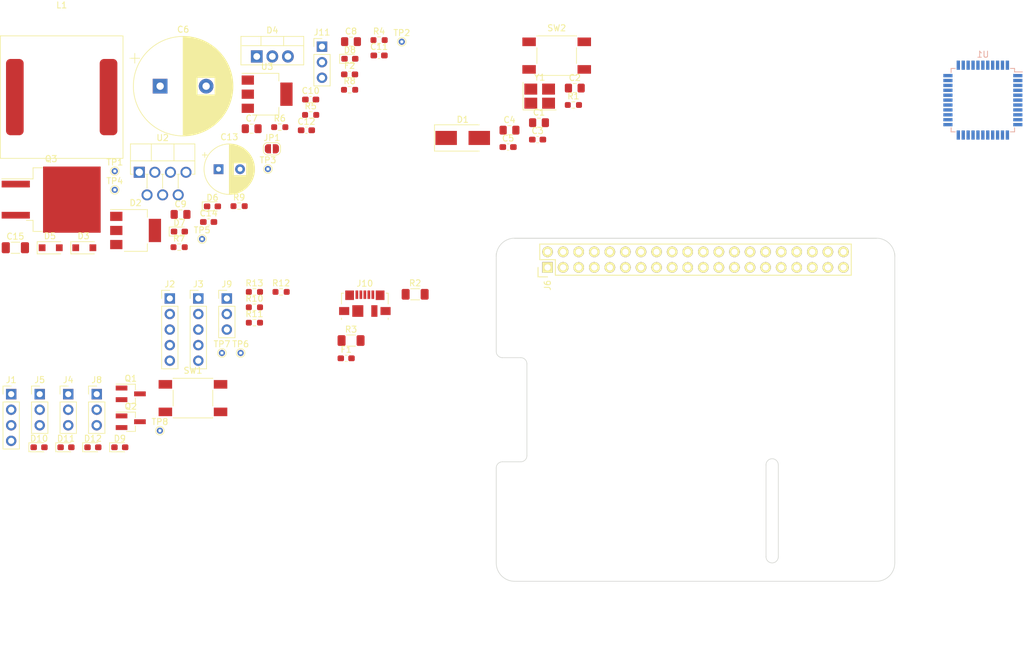
<source format=kicad_pcb>
(kicad_pcb (version 20211014) (generator pcbnew)
  (layers (0 "F.Cu" signal) (31 "B.Cu" signal) (34 "B.Paste" user) (35 "F.Paste" user) (36 "B.SilkS" user "B.Silkscreen") (37 "F.SilkS" user "F.Silkscreen") (38 "B.Mask" user) (39 "F.Mask" user) (44 "Edge.Cuts" user))
  (net 0 "")
  (net 1 "GND")
  (net 2 "Net-(C1-Pad2)")
  (net 3 "Net-(C2-Pad2)")
  (net 4 "Net-(C3-Pad1)")
  (net 5 "Net-(C4-Pad1)")
  (net 6 "+5V")
  (net 7 "/Power/18V PROTECTED")
  (net 8 "Net-(C8-Pad1)")
  (net 9 "Net-(C10-Pad1)")
  (net 10 "Net-(C10-Pad2)")
  (net 11 "Net-(C11-Pad1)")
  (net 12 "Net-(C12-Pad1)")
  (net 13 "Net-(C12-Pad2)")
  (net 14 "+3V3")
  (net 15 "/microcontroller/~{RESET}")
  (net 16 "Net-(D2-Pad2)")
  (net 17 "Net-(D3-Pad2)")
  (net 18 "Net-(D6-Pad2)")
  (net 19 "Net-(D7-Pad2)")
  (net 20 "Net-(D8-Pad2)")
  (net 21 "Net-(D9-Pad2)")
  (net 22 "Net-(D10-Pad2)")
  (net 23 "Net-(D11-Pad2)")
  (net 24 "Net-(D12-Pad2)")
  (net 25 "Net-(F1-Pad1)")
  (net 26 "Net-(F2-Pad1)")
  (net 27 "/microcontroller/PB2")
  (net 28 "/microcontroller/PD5")
  (net 29 "/microcontroller/PD4")
  (net 30 "/microcontroller/PD1")
  (net 31 "/microcontroller/PD0")
  (net 32 "Net-(J4-Pad2)")
  (net 33 "/Raspberry Pi/3v3")
  (net 34 "/Raspberry Pi/5v")
  (net 37 "/Raspberry Pi/gnd")
  (net 39 "/Raspberry Pi/GPIO14_TXD")
  (net 40 "/Raspberry Pi/GPIO15_RXD")
  (net 41 "/Raspberry Pi/GPIO17")
  (net 42 "/Raspberry Pi/GPIO18_PCM_CLK")
  (net 43 "/Raspberry Pi/GPIO27")
  (net 44 "/Raspberry Pi/GPIO22")
  (net 45 "/Raspberry Pi/GPIO23")
  (net 46 "/Raspberry Pi/GPIO24")
  (net 47 "/Raspberry Pi/GPIO10_MOSI")
  (net 48 "/Raspberry Pi/GPIO10_MISO")
  (net 49 "/Raspberry Pi/GPIO25")
  (net 50 "/Raspberry Pi/GPIO11_SCLK")
  (net 51 "/Raspberry Pi/GPIO8_CE0")
  (net 52 "/Raspberry Pi/GPIO7_CE1")
  (net 53 "/Raspberry Pi/GPIO0_ID_SD")
  (net 54 "/Raspberry Pi/GPIO1_ID_SE")
  (net 55 "/Raspberry Pi/GPIO5")
  (net 56 "/Raspberry Pi/GPIO6")
  (net 57 "/Raspberry Pi/GPIO12_PWM0")
  (net 58 "/Raspberry Pi/GPIO13_PWM1")
  (net 59 "/Raspberry Pi/GPIO19_PCM_FS")
  (net 60 "/Raspberry Pi/GPIO16")
  (net 61 "/Raspberry Pi/GPIO26")
  (net 62 "/Raspberry Pi/GPIO20_PCM_DIN")
  (net 63 "/Raspberry Pi/GPIO21_PCM_DOUT")
  (net 64 "/microcontroller/PD3{slash}TX")
  (net 65 "/microcontroller/PB0")
  (net 66 "/microcontroller/PB1")
  (net 67 "/ESP RESET")
  (net 68 "/microcontroller/PD2{slash}RX")
  (net 69 "Net-(J8-Pad2)")
  (net 70 "Net-(J10-Pad2)")
  (net 71 "Net-(J10-Pad3)")
  (net 73 "/microcontroller/PF5")
  (net 74 "/microcontroller/PF6")
  (net 75 "/microcontroller/D+")
  (net 76 "/microcontroller/D-")
  (net 77 "/microcontroller/PB3")
  (net 78 "/microcontroller/PB4")
  (net 79 "/microcontroller/PB5")
  (net 80 "/microcontroller/PB6")
  (net 81 "/microcontroller/PD6")
  (net 82 "/microcontroller/PD7")
  (footprint "RPi_Hat:RPi_Hat_Mounting_Hole" (layer "F.Cu") (at 172.51 63.5)
    (fp_text reference "" hide)
    (fp_text value "" hide)
    (pad "" np_thru_hole circle locked (at 0 0) (size 2.75 2.75) (drill 2.75) (layers *.Cu *.Mask) (clearance 1.725))
  )
  (footprint "RPi_Hat:RPi_Hat_Mounting_Hole" (layer "F.Cu") (at 114.51 63.5)
    (fp_text reference "" hide)
    (fp_text value "" hide)
    (pad "" np_thru_hole circle locked (at 0 0) (size 2.75 2.75) (drill 2.75) (layers *.Cu *.Mask) (clearance 1.725))
  )
  (footprint "RPi_Hat:RPi_Hat_Mounting_Hole" (layer "F.Cu") (at 114.51 112.5)
    (fp_text reference "" hide)
    (fp_text value "" hide)
    (pad "" np_thru_hole circle locked (at 0 0) (size 2.75 2.75) (drill 2.75) (layers *.Cu *.Mask) (clearance 1.725))
  )
  (footprint "RPi_Hat:RPi_Hat_Mounting_Hole" (layer "F.Cu") (at 172.51 112.5)
    (fp_text reference "" hide)
    (fp_text value "" hide)
    (pad "" np_thru_hole circle locked (at 0 0) (size 2.75 2.75) (drill 2.75) (layers *.Cu *.Mask) (clearance 1.725))
  )
  (footprint "RPi_Hat:Pin_Header_Straight_2x20" (layer "F.Cu") (at 143.51 63.5 90)
    (fp_text reference "J6" (at -4.191 -24.13 270) (layer "F.SilkS"))
    (fp_text value "RPi_GPIO")
    (pad "1" thru_hole rect locked (at -1.27 -24.13 90) (size 1.7272 1.7272) (drill 1.016) (layers *.Cu *.Mask "F.SilkS") (net 33 "/Raspberry Pi/3v3"))
    (pad "2" thru_hole oval locked (at 1.27 -24.13 90) (size 1.7272 1.7272) (drill 1.016) (layers *.Cu *.Mask "F.SilkS") (net 34 "/Raspberry Pi/5v"))
    (pad "3" thru_hole oval locked (at -1.27 -21.59 90) (size 1.7272 1.7272) (drill 1.016) (layers *.Cu *.Mask "F.SilkS"))
    (pad "4" thru_hole oval locked (at 1.27 -21.59 90) (size 1.7272 1.7272) (drill 1.016) (layers *.Cu *.Mask "F.SilkS") (net 34 "/Raspberry Pi/5v"))
    (pad "5" thru_hole oval locked (at -1.27 -19.05 90) (size 1.7272 1.7272) (drill 1.016) (layers *.Cu *.Mask "F.SilkS"))
    (pad "6" thru_hole oval locked (at 1.27 -19.05 90) (size 1.7272 1.7272) (drill 1.016) (layers *.Cu *.Mask "F.SilkS") (net 37 "/Raspberry Pi/gnd"))
    (pad "7" thru_hole oval locked (at -1.27 -16.51 90) (size 1.7272 1.7272) (drill 1.016) (layers *.Cu *.Mask "F.SilkS"))
    (pad "8" thru_hole oval locked (at 1.27 -16.51 90) (size 1.7272 1.7272) (drill 1.016) (layers *.Cu *.Mask "F.SilkS") (net 39 "/Raspberry Pi/GPIO14_TXD"))
    (pad "9" thru_hole oval locked (at -1.27 -13.97 90) (size 1.7272 1.7272) (drill 1.016) (layers *.Cu *.Mask "F.SilkS") (net 37 "/Raspberry Pi/gnd"))
    (pad "10" thru_hole oval locked (at 1.27 -13.97 90) (size 1.7272 1.7272) (drill 1.016) (layers *.Cu *.Mask "F.SilkS") (net 40 "/Raspberry Pi/GPIO15_RXD"))
    (pad "11" thru_hole oval locked (at -1.27 -11.43 90) (size 1.7272 1.7272) (drill 1.016) (layers *.Cu *.Mask "F.SilkS") (net 41 "/Raspberry Pi/GPIO17"))
    (pad "12" thru_hole oval locked (at 1.27 -11.43 90) (size 1.7272 1.7272) (drill 1.016) (layers *.Cu *.Mask "F.SilkS") (net 42 "/Raspberry Pi/GPIO18_PCM_CLK"))
    (pad "13" thru_hole oval locked (at -1.27 -8.89 90) (size 1.7272 1.7272) (drill 1.016) (layers *.Cu *.Mask "F.SilkS") (net 43 "/Raspberry Pi/GPIO27"))
    (pad "14" thru_hole oval locked (at 1.27 -8.89 90) (size 1.7272 1.7272) (drill 1.016) (layers *.Cu *.Mask "F.SilkS") (net 37 "/Raspberry Pi/gnd"))
    (pad "15" thru_hole oval locked (at -1.27 -6.35 90) (size 1.7272 1.7272) (drill 1.016) (layers *.Cu *.Mask "F.SilkS") (net 44 "/Raspberry Pi/GPIO22"))
    (pad "16" thru_hole oval locked (at 1.27 -6.35 90) (size 1.7272 1.7272) (drill 1.016) (layers *.Cu *.Mask "F.SilkS") (net 45 "/Raspberry Pi/GPIO23"))
    (pad "17" thru_hole oval locked (at -1.27 -3.81 90) (size 1.7272 1.7272) (drill 1.016) (layers *.Cu *.Mask "F.SilkS") (net 33 "/Raspberry Pi/3v3"))
    (pad "18" thru_hole oval locked (at 1.27 -3.81 90) (size 1.7272 1.7272) (drill 1.016) (layers *.Cu *.Mask "F.SilkS") (net 46 "/Raspberry Pi/GPIO24"))
    (pad "19" thru_hole oval locked (at -1.27 -1.27 90) (size 1.7272 1.7272) (drill 1.016) (layers *.Cu *.Mask "F.SilkS") (net 47 "/Raspberry Pi/GPIO10_MOSI"))
    (pad "20" thru_hole oval locked (at 1.27 -1.27 90) (size 1.7272 1.7272) (drill 1.016) (layers *.Cu *.Mask "F.SilkS") (net 37 "/Raspberry Pi/gnd"))
    (pad "21" thru_hole oval locked (at -1.27 1.27 90) (size 1.7272 1.7272) (drill 1.016) (layers *.Cu *.Mask "F.SilkS") (net 48 "/Raspberry Pi/GPIO10_MISO"))
    (pad "22" thru_hole oval locked (at 1.27 1.27 90) (size 1.7272 1.7272) (drill 1.016) (layers *.Cu *.Mask "F.SilkS") (net 49 "/Raspberry Pi/GPIO25"))
    (pad "23" thru_hole oval locked (at -1.27 3.81 90) (size 1.7272 1.7272) (drill 1.016) (layers *.Cu *.Mask "F.SilkS") (net 50 "/Raspberry Pi/GPIO11_SCLK"))
    (pad "24" thru_hole oval locked (at 1.27 3.81 90) (size 1.7272 1.7272) (drill 1.016) (layers *.Cu *.Mask "F.SilkS") (net 51 "/Raspberry Pi/GPIO8_CE0"))
    (pad "25" thru_hole oval locked (at -1.27 6.35 90) (size 1.7272 1.7272) (drill 1.016) (layers *.Cu *.Mask "F.SilkS") (net 37 "/Raspberry Pi/gnd"))
    (pad "26" thru_hole oval locked (at 1.27 6.35 90) (size 1.7272 1.7272) (drill 1.016) (layers *.Cu *.Mask "F.SilkS") (net 52 "/Raspberry Pi/GPIO7_CE1"))
    (pad "27" thru_hole oval locked (at -1.27 8.89 90) (size 1.7272 1.7272) (drill 1.016) (layers *.Cu *.Mask "F.SilkS") (net 53 "/Raspberry Pi/GPIO0_ID_SD"))
    (pad "28" thru_hole oval locked (at 1.27 8.89 90) (size 1.7272 1.7272) (drill 1.016) (layers *.Cu *.Mask "F.SilkS") (net 54 "/Raspberry Pi/GPIO1_ID_SE"))
    (pad "29" thru_hole oval locked (at -1.27 11.43 90) (size 1.7272 1.7272) (drill 1.016) (layers *.Cu *.Mask "F.SilkS") (net 55 "/Raspberry Pi/GPIO5"))
    (pad "30" thru_hole oval locked (at 1.27 11.43 90) (size 1.7272 1.7272) (drill 1.016) (layers *.Cu *.Mask "F.SilkS") (net 37 "/Raspberry Pi/gnd"))
    (pad "31" thru_hole oval locked (at -1.27 13.97 90) (size 1.7272 1.7272) (drill 1.016) (layers *.Cu *.Mask "F.SilkS") (net 56 "/Raspberry Pi/GPIO6"))
    (pad "32" thru_hole oval locked (at 1.27 13.97 90) (size 1.7272 1.7272) (drill 1.016) (layers *.Cu *.Mask "F.SilkS") (net 57 "/Raspberry Pi/GPIO12_PWM0"))
    (pad "33" thru_hole oval locked (at -1.27 16.51 90) (size 1.7272 1.7272) (drill 1.016) (layers *.Cu *.Mask "F.SilkS") (net 58 "/Raspberry Pi/GPIO13_PWM1"))
    (pad "34" thru_hole oval locked (at 1.27 16.51 90) (size 1.7272 1.7272) (drill 1.016) (layers *.Cu *.Mask "F.SilkS") (net 37 "/Raspberry Pi/gnd"))
    (pad "35" thru_hole oval locked (at -1.27 19.05 90) (size 1.7272 1.7272) (drill 1.016) (layers *.Cu *.Mask "F.SilkS") (net 59 "/Raspberry Pi/GPIO19_PCM_FS"))
    (pad "36" thru_hole oval locked (at 1.27 19.05 90) (size 1.7272 1.7272) (drill 1.016) (layers *.Cu *.Mask "F.SilkS") (net 60 "/Raspberry Pi/GPIO16"))
    (pad "37" thru_hole oval locked (at -1.27 21.59 90) (size 1.7272 1.7272) (drill 1.016) (layers *.Cu *.Mask "F.SilkS") (net 61 "/Raspberry Pi/GPIO26"))
    (pad "38" thru_hole oval locked (at 1.27 21.59 90) (size 1.7272 1.7272) (drill 1.016) (layers *.Cu *.Mask "F.SilkS") (net 62 "/Raspberry Pi/GPIO20_PCM_DIN"))
    (pad "39" thru_hole oval locked (at -1.27 24.13 90) (size 1.7272 1.7272) (drill 1.016) (layers *.Cu *.Mask "F.SilkS") (net 37 "/Raspberry Pi/gnd"))
    (pad "40" thru_hole oval locked (at 1.27 24.13 90) (size 1.7272 1.7272) (drill 1.016) (layers *.Cu *.Mask "F.SilkS") (net 63 "/Raspberry Pi/GPIO21_PCM_DOUT"))
  )
  (footprint "Capacitor_SMD:C_0603_1608Metric_Pad1.08x0.95mm_HandSolder" (layer "F.Cu") (at 117.753 43.908)
    (fp_text reference "C3" (at 0 -1.43) (layer "F.SilkS"))
    (fp_text value "0.1uF")
    (pad "1" smd roundrect (at -0.8625 0) (size 1.075 0.95) (layers "F.Cu" "F.Paste" "F.Mask") (net 4 "Net-(C3-Pad1)"))
    (pad "2" smd roundrect (at 0.8625 0) (size 1.075 0.95) (layers "F.Cu" "F.Paste" "F.Mask") (net 1 "GND"))
  )
  (footprint "Resistor_SMD:R_0603_1608Metric_Pad0.98x0.95mm_HandSolder" (layer "F.Cu") (at 75.703 41.878)
    (fp_text reference "R6" (at 0 -1.43) (layer "F.SilkS"))
    (fp_text value "1k")
    (pad "1" smd roundrect (at -0.9125 0) (size 0.975 0.95) (layers "F.Cu" "F.Paste" "F.Mask") (net 11 "Net-(C11-Pad1)"))
    (pad "2" smd roundrect (at 0.9125 0) (size 0.975 0.95) (layers "F.Cu" "F.Paste" "F.Mask") (net 1 "GND"))
  )
  (footprint "LED_SMD:LED_0603_1608Metric_Pad1.05x0.95mm_HandSolder" (layer "F.Cu") (at 59.338 58.918)
    (fp_text reference "D7" (at 0 -1.43) (layer "F.SilkS"))
    (fp_text value "Red")
    (pad "1" smd roundrect (at -0.875 0) (size 1.05 0.95) (layers "F.Cu" "F.Paste" "F.Mask") (net 1 "GND"))
    (pad "2" smd roundrect (at 0.875 0) (size 1.05 0.95) (layers "F.Cu" "F.Paste" "F.Mask") (net 19 "Net-(D7-Pad2)"))
  )
  (footprint "Capacitor_SMD:C_0805_2012Metric_Pad1.18x1.45mm_HandSolder" (layer "F.Cu") (at 59.523 56.118)
    (fp_text reference "C9" (at 0 -1.68) (layer "F.SilkS"))
    (fp_text value "680pF")
    (pad "1" smd roundrect (at -1.0375 0) (size 1.175 1.45) (layers "F.Cu" "F.Paste" "F.Mask") (roundrect_rratio 0.212766) (net 9 "Net-(C10-Pad1)"))
    (pad "2" smd roundrect (at 1.0375 0) (size 1.175 1.45) (layers "F.Cu" "F.Paste" "F.Mask") (roundrect_rratio 0.212766) (net 1 "GND"))
  )
  (footprint "Capacitor_SMD:C_0805_2012Metric_Pad1.18x1.45mm_HandSolder" (layer "F.Cu") (at 87.323 27.918)
    (fp_text reference "C8" (at 0 -1.68) (layer "F.SilkS"))
    (fp_text value "10uF")
    (pad "1" smd roundrect (at -1.0375 0) (size 1.175 1.45) (layers "F.Cu" "F.Paste" "F.Mask") (roundrect_rratio 0.212766) (net 8 "Net-(C8-Pad1)"))
    (pad "2" smd roundrect (at 1.0375 0) (size 1.175 1.45) (layers "F.Cu" "F.Paste" "F.Mask") (roundrect_rratio 0.212766) (net 1 "GND"))
  )
  (footprint "Connector_PinHeader_2.54mm:PinHeader_1x03_P2.54mm_Vertical" (layer "F.Cu") (at 41.203 85.458)
    (fp_text reference "J4" (at 0 -2.33) (layer "F.SilkS"))
    (fp_text value "Left Vibration 1")
    (pad "1" thru_hole rect (at 0 0) (size 1.7 1.7) (drill 1) (layers *.Cu *.Mask) (net 1 "GND"))
    (pad "2" thru_hole oval (at 0 2.54) (size 1.7 1.7) (drill 1) (layers *.Cu *.Mask) (net 32 "Net-(J4-Pad2)"))
    (pad "3" thru_hole oval (at 0 5.08) (size 1.7 1.7) (drill 1) (layers *.Cu *.Mask) (net 1 "GND"))
  )
  (footprint "Connector_PinHeader_2.54mm:PinHeader_1x05_P2.54mm_Vertical" (layer "F.Cu") (at 62.423 69.838)
    (fp_text reference "J3" (at 0 -2.33) (layer "F.SilkS"))
    (fp_text value "Ultrasonic 1")
    (pad "1" thru_hole rect (at 0 0) (size 1.7 1.7) (drill 1) (layers *.Cu *.Mask) (net 1 "GND"))
    (pad "2" thru_hole oval (at 0 2.54) (size 1.7 1.7) (drill 1) (layers *.Cu *.Mask) (net 30 "/microcontroller/PD1"))
    (pad "3" thru_hole oval (at 0 5.08) (size 1.7 1.7) (drill 1) (layers *.Cu *.Mask) (net 31 "/microcontroller/PD0"))
    (pad "4" thru_hole oval (at 0 7.62) (size 1.7 1.7) (drill 1) (layers *.Cu *.Mask) (net 6 "+5V"))
    (pad "5" thru_hole oval (at 0 10.16) (size 1.7 1.7) (drill 1) (layers *.Cu *.Mask) (net 1 "GND"))
  )
  (footprint "Connector_PinHeader_2.54mm:PinHeader_1x05_P2.54mm_Vertical" (layer "F.Cu") (at 57.773 69.838)
    (fp_text reference "J2" (at 0 -2.33) (layer "F.SilkS"))
    (fp_text value "Ultrasonic 2")
    (pad "1" thru_hole rect (at 0 0) (size 1.7 1.7) (drill 1) (layers *.Cu *.Mask) (net 1 "GND"))
    (pad "2" thru_hole oval (at 0 2.54) (size 1.7 1.7) (drill 1) (layers *.Cu *.Mask) (net 28 "/microcontroller/PD5"))
    (pad "3" thru_hole oval (at 0 5.08) (size 1.7 1.7) (drill 1) (layers *.Cu *.Mask) (net 29 "/microcontroller/PD4"))
    (pad "4" thru_hole oval (at 0 7.62) (size 1.7 1.7) (drill 1) (layers *.Cu *.Mask) (net 6 "+5V"))
    (pad "5" thru_hole oval (at 0 10.16) (size 1.7 1.7) (drill 1) (layers *.Cu *.Mask) (net 1 "GND"))
  )
  (footprint "Capacitor_THT:CP_Radial_D8.0mm_P3.50mm" (layer "F.Cu") (at 65.727698 48.738)
    (fp_text reference "C13" (at 1.75 -5.25) (layer "F.SilkS"))
    (fp_text value "470uF")
    (pad "1" thru_hole rect (at 0 0) (size 1.6 1.6) (drill 0.8) (layers *.Cu *.Mask) (net 6 "+5V"))
    (pad "2" thru_hole circle (at 3.5 0) (size 1.6 1.6) (drill 0.8) (layers *.Cu *.Mask) (net 1 "GND"))
  )
  (footprint "Resistor_SMD:R_0603_1608Metric_Pad0.98x0.95mm_HandSolder" (layer "F.Cu") (at 71.573 68.768)
    (fp_text reference "R13" (at 0 -1.43) (layer "F.SilkS"))
    (fp_text value "1k")
    (pad "1" smd roundrect (at -0.9125 0) (size 0.975 0.95) (layers "F.Cu" "F.Paste" "F.Mask") (net 80 "/microcontroller/PB6"))
    (pad "2" smd roundrect (at 0.9125 0) (size 0.975 0.95) (layers "F.Cu" "F.Paste" "F.Mask") (net 24 "Net-(D12-Pad2)"))
  )
  (footprint "Resistor_SMD:R_0603_1608Metric_Pad0.98x0.95mm_HandSolder" (layer "F.Cu") (at 69.073 54.768)
    (fp_text reference "R9" (at 0 -1.43) (layer "F.SilkS"))
    (fp_text value "1k")
    (pad "1" smd roundrect (at -0.9125 0) (size 0.975 0.95) (layers "F.Cu" "F.Paste" "F.Mask") (net 14 "+3V3"))
    (pad "2" smd roundrect (at 0.9125 0) (size 0.975 0.95) (layers "F.Cu" "F.Paste" "F.Mask") (net 20 "Net-(D8-Pad2)"))
  )
  (footprint "Diode_SMD:D_SOD-123F" (layer "F.Cu") (at 43.828 61.558)
    (fp_text reference "D3" (at -0.127 -1.905) (layer "F.SilkS"))
    (fp_text value "20V")
    (pad "1" smd rect (at -1.4 0) (size 1.1 1.1) (layers "F.Cu" "F.Paste" "F.Mask") (net 7 "/Power/18V PROTECTED"))
    (pad "2" smd rect (at 1.4 0) (size 1.1 1.1) (layers "F.Cu" "F.Paste" "F.Mask") (net 17 "Net-(D3-Pad2)"))
  )
  (footprint "LED_SMD:LED_0603_1608Metric_Pad1.05x0.95mm_HandSolder" (layer "F.Cu") (at 49.618 94.128)
    (fp_text reference "D9" (at 0 -1.43) (layer "F.SilkS"))
    (fp_text value "Blue")
    (pad "1" smd roundrect (at -0.875 0) (size 1.05 0.95) (layers "F.Cu" "F.Paste" "F.Mask") (net 1 "GND"))
    (pad "2" smd roundrect (at 0.875 0) (size 1.05 0.95) (layers "F.Cu" "F.Paste" "F.Mask") (net 21 "Net-(D9-Pad2)"))
  )
  (footprint "Resistor_SMD:R_0603_1608Metric_Pad0.98x0.95mm_HandSolder" (layer "F.Cu") (at 71.573 71.278)
    (fp_text reference "R10" (at 0 -1.43) (layer "F.SilkS"))
    (fp_text value "1k")
    (pad "1" smd roundrect (at -0.9125 0) (size 0.975 0.95) (layers "F.Cu" "F.Paste" "F.Mask") (net 77 "/microcontroller/PB3"))
    (pad "2" smd roundrect (at 0.9125 0) (size 0.975 0.95) (layers "F.Cu" "F.Paste" "F.Mask") (net 21 "Net-(D9-Pad2)"))
  )
  (footprint "Capacitor_SMD:C_0805_2012Metric_Pad1.18x1.45mm_HandSolder" (layer "F.Cu") (at 113.173 42.368)
    (fp_text reference "C4" (at 0 -1.68) (layer "F.SilkS"))
    (fp_text value "1uF")
    (pad "1" smd roundrect (at -1.0375 0) (size 1.175 1.45) (layers "F.Cu" "F.Paste" "F.Mask") (roundrect_rratio 0.212766) (net 5 "Net-(C4-Pad1)"))
    (pad "2" smd roundrect (at 1.0375 0) (size 1.175 1.45) (layers "F.Cu" "F.Paste" "F.Mask") (roundrect_rratio 0.212766) (net 1 "GND"))
  )
  (footprint "Diode_SMD:D_SOD-123F" (layer "F.Cu") (at 38.348 61.558)
    (fp_text reference "D5" (at -0.127 -1.905) (layer "F.SilkS"))
    (fp_text value "27V")
    (pad "1" smd rect (at -1.4 0) (size 1.1 1.1) (layers "F.Cu" "F.Paste" "F.Mask") (net 7 "/Power/18V PROTECTED"))
    (pad "2" smd rect (at 1.4 0) (size 1.1 1.1) (layers "F.Cu" "F.Paste" "F.Mask") (net 11 "Net-(C11-Pad1)"))
  )
  (footprint "Fuse:Fuse_0603_1608Metric_Pad1.05x0.95mm_HandSolder" (layer "F.Cu") (at 87.093 33.268)
    (fp_text reference "F2" (at 0 -1.43) (layer "F.SilkS"))
    (fp_text value "4A")
    (pad "1" smd roundrect (at -0.875 0) (size 1.05 0.95) (layers "F.Cu" "F.Paste" "F.Mask") (net 26 "Net-(F2-Pad1)"))
    (pad "2" smd roundrect (at 0.875 0) (size 1.05 0.95) (layers "F.Cu" "F.Paste" "F.Mask") (net 16 "Net-(D2-Pad2)"))
  )
  (footprint "LED_SMD:LED_0603_1608Metric_Pad1.05x0.95mm_HandSolder" (layer "F.Cu") (at 64.728 54.808)
    (fp_text reference "D6" (at 0 -1.43) (layer "F.SilkS"))
    (fp_text value "Red")
    (pad "1" smd roundrect (at -0.875 0) (size 1.05 0.95) (layers "F.Cu" "F.Paste" "F.Mask") (net 1 "GND"))
    (pad "2" smd roundrect (at 0.875 0) (size 1.05 0.95) (layers "F.Cu" "F.Paste" "F.Mask") (net 18 "Net-(D6-Pad2)"))
  )
  (footprint "LED_SMD:LED_0603_1608Metric_Pad1.05x0.95mm_HandSolder" (layer "F.Cu") (at 87.138 30.718)
    (fp_text reference "D8" (at 0 -1.43) (layer "F.SilkS"))
    (fp_text value "Red")
    (pad "1" smd roundrect (at -0.875 0) (size 1.05 0.95) (layers "F.Cu" "F.Paste" "F.Mask") (net 1 "GND"))
    (pad "2" smd roundrect (at 0.875 0) (size 1.05 0.95) (layers "F.Cu" "F.Paste" "F.Mask") (net 20 "Net-(D8-Pad2)"))
  )
  (footprint "Connector_PinHeader_2.54mm:PinHeader_1x03_P2.54mm_Vertical" (layer "F.Cu") (at 67.073 69.838)
    (fp_text reference "J9" (at 0 -2.33) (layer "F.SilkS"))
    (fp_text value "Right Vibration 2")
    (pad "1" thru_hole rect (at 0 0) (size 1.7 1.7) (drill 1) (layers *.Cu *.Mask) (net 1 "GND"))
    (pad "2" thru_hole oval (at 0 2.54) (size 1.7 1.7) (drill 1) (layers *.Cu *.Mask) (net 69 "Net-(J8-Pad2)"))
    (pad "3" thru_hole oval (at 0 5.08) (size 1.7 1.7) (drill 1) (layers *.Cu *.Mask) (net 1 "GND"))
  )
  (footprint "Capacitor_SMD:C_0805_2012Metric_Pad1.18x1.45mm_HandSolder" (layer "F.Cu") (at 123.823 35.498)
    (fp_text reference "C2" (at 0 -1.68) (layer "F.SilkS"))
    (fp_text value "22pF")
    (pad "1" smd roundrect (at -1.0375 0) (size 1.175 1.45) (layers "F.Cu" "F.Paste" "F.Mask") (roundrect_rratio 0.212766) (net 1 "GND"))
    (pad "2" smd roundrect (at 1.0375 0) (size 1.175 1.45) (layers "F.Cu" "F.Paste" "F.Mask") (roundrect_rratio 0.212766) (net 3 "Net-(C2-Pad2)"))
  )
  (footprint "LED_SMD:LED_0603_1608Metric_Pad1.05x0.95mm_HandSolder" (layer "F.Cu") (at 40.838 94.128)
    (fp_text reference "D11" (at 0 -1.43) (layer "F.SilkS"))
    (fp_text value "Yellow")
    (pad "1" smd roundrect (at -0.875 0) (size 1.05 0.95) (layers "F.Cu" "F.Paste" "F.Mask") (net 1 "GND"))
    (pad "2" smd roundrect (at 0.875 0) (size 1.05 0.95) (layers "F.Cu" "F.Paste" "F.Mask") (net 23 "Net-(D11-Pad2)"))
  )
  (footprint "Capacitor_SMD:C_0603_1608Metric_Pad1.08x0.95mm_HandSolder" (layer "F.Cu") (at 80.743 37.368)
    (fp_text reference "C10" (at 0 -1.43) (layer "F.SilkS"))
    (fp_text value "1200pF")
    (pad "1" smd roundrect (at -0.8625 0) (size 1.075 0.95) (layers "F.Cu" "F.Paste" "F.Mask") (net 9 "Net-(C10-Pad1)"))
    (pad "2" smd roundrect (at 0.8625 0) (size 1.075 0.95) (layers "F.Cu" "F.Paste" "F.Mask") (net 10 "Net-(C10-Pad2)"))
  )
  (footprint "Package_TO_SOT_SMD:SOT-23_Handsoldering" (layer "F.Cu") (at 51.403 89.958)
    (fp_text reference "Q2" (at 0 -2.5) (layer "F.SilkS"))
    (fp_text value "Q_NMOS_GSD")
    (pad "1" smd rect (at -1.5 -0.95) (size 1.9 0.8) (layers "F.Cu" "F.Paste" "F.Mask") (net 74 "/microcontroller/PF6"))
    (pad "2" smd rect (at -1.5 0.95) (size 1.9 0.8) (layers "F.Cu" "F.Paste" "F.Mask") (net 69 "Net-(J8-Pad2)"))
    (pad "3" smd rect (at 1.5 0) (size 1.9 0.8) (layers "F.Cu" "F.Paste" "F.Mask") (net 14 "+3V3"))
  )
  (footprint "BackpackBuddyFootprintLibrary:RST_SW" (layer "F.Cu") (at 61.548 86.103)
    (fp_text reference "SW1" (at 0 -4.5 unlocked) (layer "F.SilkS"))
    (fp_text value "ESP8266 RESET")
    (pad "1" smd rect (at -4.5 -2.25) (size 2.2 1.4) (layers "F.Cu" "F.Paste" "F.Mask") (net 67 "/ESP RESET"))
    (pad "1" smd rect (at 4.5 -2.25) (size 2.2 1.4) (layers "F.Cu" "F.Paste" "F.Mask") (net 67 "/ESP RESET"))
    (pad "2" smd rect (at -4.5 2.25) (size 2.2 1.4) (layers "F.Cu" "F.Paste" "F.Mask") (net 1 "GND"))
    (pad "2" smd rect (at 4.5 2.25) (size 2.2 1.4) (layers "F.Cu" "F.Paste" "F.Mask") (net 1 "GND"))
  )
  (footprint "Capacitor_SMD:C_0805_2012Metric_Pad1.18x1.45mm_HandSolder" (layer "F.Cu") (at 71.123 42.128)
    (fp_text reference "C7" (at 0 -1.68) (layer "F.SilkS"))
    (fp_text value "4.7uF")
    (pad "1" smd roundrect (at -1.0375 0) (size 1.175 1.45) (layers "F.Cu" "F.Paste" "F.Mask") (roundrect_rratio 0.212766) (net 7 "/Power/18V PROTECTED"))
    (pad "2" smd roundrect (at 1.0375 0) (size 1.175 1.45) (layers "F.Cu" "F.Paste" "F.Mask") (roundrect_rratio 0.212766) (net 1 "GND"))
  )
  (footprint "TestPoint:TestPoint_THTPad_D1.0mm_Drill0.5mm" (layer "F.Cu") (at 66.273 78.738)
    (fp_text reference "TP7" (at 0 -1.448) (layer "F.SilkS"))
    (fp_text value "Pi 1")
    (pad "1" thru_hole circle (at 0 0) (size 1 1) (drill 0.5) (layers *.Cu *.Mask) (net 81 "/microcontroller/PD6"))
  )
  (footprint "Connector_PinHeader_2.54mm:PinHeader_1x03_P2.54mm_Vertical" (layer "F.Cu") (at 45.853 85.458)
    (fp_text reference "J8" (at 0 -2.33) (layer "F.SilkS"))
    (fp_text value "Right Vibration 1")
    (pad "1" thru_hole rect (at 0 0) (size 1.7 1.7) (drill 1) (layers *.Cu *.Mask) (net 1 "GND"))
    (pad "2" thru_hole oval (at 0 2.54) (size 1.7 1.7) (drill 1) (layers *.Cu *.Mask) (net 69 "Net-(J8-Pad2)"))
    (pad "3" thru_hole oval (at 0 5.08) (size 1.7 1.7) (drill 1) (layers *.Cu *.Mask) (net 1 "GND"))
  )
  (footprint "Connector_PinHeader_2.54mm:PinHeader_1x03_P2.54mm_Vertical" (layer "F.Cu") (at 36.553 85.458)
    (fp_text reference "J5" (at 0 -2.33) (layer "F.SilkS"))
    (fp_text value "Left Vibration 2")
    (pad "1" thru_hole rect (at 0 0) (size 1.7 1.7) (drill 1) (layers *.Cu *.Mask) (net 1 "GND"))
    (pad "2" thru_hole oval (at 0 2.54) (size 1.7 1.7) (drill 1) (layers *.Cu *.Mask) (net 32 "Net-(J4-Pad2)"))
    (pad "3" thru_hole oval (at 0 5.08) (size 1.7 1.7) (drill 1) (layers *.Cu *.Mask) (net 1 "GND"))
  )
  (footprint "TestPoint:TestPoint_THTPad_D1.0mm_Drill0.5mm" (layer "F.Cu") (at 48.793 49.058)
    (fp_text reference "TP1" (at 0 -1.448) (layer "F.SilkS"))
    (fp_text value "9V Unprotected")
    (pad "1" thru_hole circle (at 0 0) (size 1 1) (drill 0.5) (layers *.Cu *.Mask) (net 16 "Net-(D2-Pad2)"))
  )
  (footprint "Package_TO_SOT_THT:TO-220F-7_P2.54x3.7mm_StaggerEven_Lead3.5mm_Vertical" (layer "F.Cu") (at 52.793 49.238)
    (fp_text reference "U2" (at 3.81 -5.62) (layer "F.SilkS"))
    (fp_text value "SI-8050Y")
    (pad "1" thru_hole rect (at 0 0) (size 1.8 1.8) (drill 1.2) (layers *.Cu *.Mask) (net 12 "Net-(C12-Pad1)"))
    (pad "2" thru_hole oval (at 1.27 3.7) (size 1.8 1.8) (drill 1.2) (layers *.Cu *.Mask) (net 13 "Net-(C12-Pad2)"))
    (pad "3" thru_hole oval (at 2.54 0) (size 1.8 1.8) (drill 1.2) (layers *.Cu *.Mask) (net 7 "/Power/18V PROTECTED"))
    (pad "4" thru_hole oval (at 3.81 3.7) (size 1.8 1.8) (drill 1.2) (layers *.Cu *.Mask) (net 1 "GND"))
    (pad "5" thru_hole oval (at 5.08 0) (size 1.8 1.8) (drill 1.2) (layers *.Cu *.Mask) (net 9 "Net-(C10-Pad1)"))
    (pad "6" thru_hole oval (at 6.35 3.7) (size 1.8 1.8) (drill 1.2) (layers *.Cu *.Mask) (net 6 "+5V"))
    (pad "7" thru_hole oval (at 7.62 0) (size 1.8 1.8) (drill 1.2) (layers *.Cu *.Mask) (net 8 "Net-(C8-Pad1)"))
  )
  (footprint "TestPoint:TestPoint_THTPad_D1.0mm_Drill0.5mm" (layer "F.Cu") (at 48.793 52.108)
    (fp_text reference "TP4" (at 0 -1.448) (layer "F.SilkS"))
    (fp_text value "5V")
    (pad "1" thru_hole circle (at 0 0) (size 1 1) (drill 0.5) (layers *.Cu *.Mask) (net 6 "+5V"))
  )
  (footprint "Package_TO_SOT_SMD:TO-263-2" (layer "F.Cu") (at 38.423 53.708)
    (fp_text reference "Q3" (at 0 -6.65) (layer "F.SilkS"))
    (fp_text value "SIHF9Z24STRR-GE3")
    (pad "1" smd rect (at -5.775 -2.54) (size 4.6 1.1) (layers "F.Cu" "F.Paste" "F.Mask") (net 17 "Net-(D3-Pad2)"))
    (pad "2" smd rect (at 3.375 0) (size 9.4 10.8) (layers "F.Cu" "F.Mask") (net 7 "/Power/18V PROTECTED"))
    (pad "3" smd rect (at -5.775 2.54) (size 4.6 1.1) (layers "F.Cu" "F.Paste" "F.Mask") (net 16 "Net-(D2-Pad2)"))
  )
  (footprint "Package_TO_SOT_THT:TO-220-3_Vertical" (layer "F.Cu") (at 71.953 30.338)
    (fp_text reference "D4" (at 2.54 -4.27) (layer "F.SilkS"))
    (fp_text value "FMW-2156")
    (pad "1" thru_hole rect (at 0 0) (size 1.905 2) (drill 1.1) (layers *.Cu *.Mask) (net 13 "Net-(C12-Pad2)"))
    (pad "2" thru_hole oval (at 2.54 0) (size 1.905 2) (drill 1.1) (layers *.Cu *.Mask) (net 1 "GND"))
    (pad "3" thru_hole oval (at 5.08 0) (size 1.905 2) (drill 1.1) (layers *.Cu *.Mask))
  )
  (footprint "Resistor_SMD:R_0603_1608Metric_Pad0.98x0.95mm_HandSolder" (layer "F.Cu") (at 80.743 39.878)
    (fp_text reference "R5" (at 0 -1.43) (layer "F.SilkS"))
    (fp_text value "1k")
    (pad "1" smd roundrect (at -0.9125 0) (size 0.975 0.95) (layers "F.Cu" "F.Paste" "F.Mask") (net 17 "Net-(D3-Pad2)"))
    (pad "2" smd roundrect (at 0.9125 0) (size 0.975 0.95) (layers "F.Cu" "F.Paste" "F.Mask") (net 1 "GND"))
  )
  (footprint "Resistor_SMD:R_0603_1608Metric_Pad0.98x0.95mm_HandSolder" (layer "F.Cu") (at 59.293 61.468)
    (fp_text reference "R7" (at 0 -1.43) (layer "F.SilkS"))
    (fp_text value "10k")
    (pad "1" smd roundrect (at -0.9125 0) (size 0.975 0.95) (layers "F.Cu" "F.Paste" "F.Mask") (net 7 "/Power/18V PROTECTED"))
    (pad "2" smd roundrect (at 0.9125 0) (size 0.975 0.95) (layers "F.Cu" "F.Paste" "F.Mask") (net 18 "Net-(D6-Pad2)"))
  )
  (footprint "Resistor_SMD:R_0603_1608Metric_Pad0.98x0.95mm_HandSolder" (layer "F.Cu") (at 75.923 68.768)
    (fp_text reference "R12" (at 0 -1.43) (layer "F.SilkS"))
    (fp_text value "1k")
    (pad "1" smd roundrect (at -0.9125 0) (size 0.975 0.95) (layers "F.Cu" "F.Paste" "F.Mask") (net 79 "/microcontroller/PB5"))
    (pad "2" smd roundrect (at 0.9125 0) (size 0.975 0.95) (layers "F.Cu" "F.Paste" "F.Mask") (net 23 "Net-(D11-Pad2)"))
  )
  (footprint "LED_SMD:LED_0603_1608Metric_Pad1.05x0.95mm_HandSolder" (layer "F.Cu") (at 36.448 94.128)
    (fp_text reference "D10" (at 0 -1.43) (layer "F.SilkS"))
    (fp_text value "Green")
    (pad "1" smd roundrect (at -0.875 0) (size 1.05 0.95) (layers "F.Cu" "F.Paste" "F.Mask") (net 1 "GND"))
    (pad "2" smd roundrect (at 0.875 0) (size 1.05 0.95) (layers "F.Cu" "F.Paste" "F.Mask") (net 22 "Net-(D10-Pad2)"))
  )
  (footprint "Capacitor_SMD:C_0603_1608Metric_Pad1.08x0.95mm_HandSolder" (layer "F.Cu") (at 64.103 57.358)
    (fp_text reference "C14" (at 0 -1.43) (layer "F.SilkS"))
    (fp_text value "0.47uF")
    (pad "1" smd roundrect (at -0.8625 0) (size 1.075 0.95) (layers "F.Cu" "F.Paste" "F.Mask") (net 6 "+5V"))
    (pad "2" smd roundrect (at 0.8625 0) (size 1.075 0.95) (layers "F.Cu" "F.Paste" "F.Mask") (net 1 "GND"))
  )
  (footprint "Capacitor_SMD:C_0603_1608Metric_Pad1.08x0.95mm_HandSolder" (layer "F.Cu") (at 112.943 45.128)
    (fp_text reference "C5" (at 0 -1.43) (layer "F.SilkS"))
    (fp_text value "0.1uF")
    (pad "1" smd roundrect (at -0.8625 0) (size 1.075 0.95) (layers "F.Cu" "F.Paste" "F.Mask") (net 6 "+5V"))
    (pad "2" smd roundrect (at 0.8625 0) (size 1.075 0.95) (layers "F.Cu" "F.Paste" "F.Mask") (net 1 "GND"))
  )
  (footprint "Connector_PinHeader_2.54mm:PinHeader_1x03_P2.54mm_Vertical" (layer "F.Cu") (at 82.593 28.738)
    (fp_text reference "J11" (at 0 -2.33) (layer "F.SilkS"))
    (fp_text value "Battery")
    (pad "1" thru_hole rect (at 0 0) (size 1.7 1.7) (drill 1) (layers *.Cu *.Mask) (net 1 "GND"))
    (pad "2" thru_hole oval (at 0 2.54) (size 1.7 1.7) (drill 1) (layers *.Cu *.Mask) (net 26 "Net-(F2-Pad1)"))
    (pad "3" thru_hole oval (at 0 5.08) (size 1.7 1.7) (drill 1) (layers *.Cu *.Mask) (net 1 "GND"))
  )
  (footprint "Capacitor_SMD:C_1206_3216Metric_Pad1.33x1.80mm_HandSolder" (layer "F.Cu") (at 32.583 61.558)
    (fp_text reference "C15" (at 0 -1.85) (layer "F.SilkS"))
    (fp_text value "33uF")
    (pad "1" smd roundrect (at -1.5625 0) (size 1.325 1.8) (layers "F.Cu" "F.Paste" "F.Mask") (roundrect_rratio 0.188679) (net 14 "+3V3"))
    (pad "2" smd roundrect (at 1.5625 0) (size 1.325 1.8) (layers "F.Cu" "F.Paste" "F.Mask") (roundrect_rratio 0.188679) (net 1 "GND"))
  )
  (footprint "Connector_USB:USB_Micro-B_Molex_47346-0001" (layer "F.Cu") (at 89.583 70.688)
    (fp_text reference "J10" (at 0 -3.3 180) (layer "F.SilkS"))
    (fp_text value "USB_B_Micro")
    (pad "1" smd rect (at -1.3 -1.46) (size 0.45 1.38) (layers "F.Cu" "F.Paste" "F.Mask") (net 25 "Net-(F1-Pad1)"))
    (pad "2" smd rect (at -0.65 -1.46) (size 0.45 1.38) (layers "F.Cu" "F.Paste" "F.Mask") (net 70 "Net-(J10-Pad2)"))
    (pad "3" smd rect (at 0 -1.46) (size 0.45 1.38) (layers "F.Cu" "F.Paste" "F.Mask") (net 71 "Net-(J10-Pad3)"))
    (pad "4" smd rect (at 0.65 -1.46) (size 0.45 1.38) (layers "F.Cu" "F.Paste" "F.Mask"))
    (pad "5" smd rect (at 1.3 -1.46) (size 0.45 1.38) (layers "F.Cu" "F.Paste" "F.Mask") (net 1 "GND"))
    (pad "6" smd rect (at 1.55 1.2) (size 1 1.9) (layers "F.Cu" "F.Paste" "F.Mask") (net 1 "GND"))
    (pad "6" smd rect (at -1.15 1.2) (size 1.8 1.9) (layers "F.Cu" "F.Paste" "F.Mask") (net 1 "GND"))
    (pad "6" smd rect (at 3.375 1.2) (size 1.65 1.3) (layers "F.Cu" "F.Paste" "F.Mask") (net 1 "GND"))
    (pad "6" smd rect (at -2.4875 -1.375) (size 1.425 1.55) (layers "F.Cu" "F.Paste" "F.Mask") (net 1 "GND"))
    (pad "6" smd rect (at -3.375 1.2) (size 1.65 1.3) (layers "F.Cu" "F.Paste" "F.Mask") (net 1 "GND"))
    (pad "6" smd rect (at 2.4875 -1.375) (size 1.425 1.55) (layers "F.Cu" "F.Paste" "F.Mask") (net 1 "GND"))
  )
  (footprint "Resistor_SMD:R_1206_3216Metric_Pad1.30x1.75mm_HandSolder" (layer "F.Cu") (at 97.783 69.158)
    (fp_text reference "R2" (at 0 -1.82) (layer "F.SilkS"))
    (fp_text value "22")
    (pad "1" smd roundrect (at -1.55 0) (size 1.3 1.75) (layers "F.Cu" "F.Paste" "F.Mask") (roundrect_rratio 0.192308) (net 71 "Net-(J10-Pad3)"))
    (pad "2" smd roundrect (at 1.55 0) (size 1.3 1.75) (layers "F.Cu" "F.Paste" "F.Mask") (roundrect_rratio 0.192308) (net 75 "/microcontroller/D+"))
  )
  (footprint "Capacitor_SMD:C_0603_1608Metric_Pad1.08x0.95mm_HandSolder" (layer "F.Cu") (at 80.053 42.388)
    (fp_text reference "C12" (at 0 -1.43) (layer "F.SilkS"))
    (fp_text value "0.22uF")
    (pad "1" smd roundrect (at -0.8625 0) (size 1.075 0.95) (layers "F.Cu" "F.Paste" "F.Mask") (net 12 "Net-(C12-Pad1)"))
    (pad "2" smd roundrect (at 0.8625 0) (size 1.075 0.95) (layers "F.Cu" "F.Paste" "F.Mask") (net 13 "Net-(C12-Pad2)"))
  )
  (footprint "Package_TO_SOT_SMD:SOT-23_Handsoldering" (layer "F.Cu") (at 51.403 85.408)
    (fp_text reference "Q1" (at 0 -2.5) (layer "F.SilkS"))
    (fp_text value "Q_NMOS_GSD")
    (pad "1" smd rect (at -1.5 -0.95) (size 1.9 0.8) (layers "F.Cu" "F.Paste" "F.Mask") (net 73 "/microcontroller/PF5"))
    (pad "2" smd rect (at -1.5 0.95) (size 1.9 0.8) (layers "F.Cu" "F.Paste" "F.Mask") (net 32 "Net-(J4-Pad2)"))
    (pad "3" smd rect (at 1.5 0) (size 1.9 0.8) (layers "F.Cu" "F.Paste" "F.Mask") (net 14 "+3V3"))
  )
  (footprint "TestPoint:TestPoint_THTPad_D1.0mm_Drill0.5mm" (layer "F.Cu") (at 63.033 60.138)
    (fp_text reference "TP5" (at 0 -1.448) (layer "F.SilkS"))
    (fp_text value "3V3")
    (pad "1" thru_hole circle (at 0 0) (size 1 1) (drill 0.5) (layers *.Cu *.Mask) (net 14 "+3V3"))
  )
  (footprint "Capacitor_SMD:C_0805_2012Metric_Pad1.18x1.45mm_HandSolder" (layer "F.Cu") (at 117.983 41.148)
    (fp_text reference "C1" (at 0 -1.68) (layer "F.SilkS"))
    (fp_text value "22pF")
    (pad "1" smd roundrect (at -1.0375 0) (size 1.175 1.45) (layers "F.Cu" "F.Paste" "F.Mask") (roundrect_rratio 0.212766) (net 1 "GND"))
    (pad "2" smd roundrect (at 1.0375 0) (size 1.175 1.45) (layers "F.Cu" "F.Paste" "F.Mask") (roundrect_rratio 0.212766) (net 2 "Net-(C1-Pad2)"))
  )
  (footprint "BackpackBuddyFootprintLibrary:Inductor_IHLP6767GZER560M11" (layer "F.Cu") (at 40.138 36.973)
    (fp_text reference "L1" (at 0 -15 unlocked) (layer "F.SilkS"))
    (fp_text value "56uH")
    (pad "1" smd roundrect (at -7.64 0) (size 2.88 12.45) (layers "F.Cu" "F.Paste" "F.Mask") (net 13 "Net-(C12-Pad2)"))
    (pad "2" smd roundrect (at 7.64 0) (size 2.88 12.45) (layers "F.Cu" "F.Paste" "F.Mask") (net 6 "+5V"))
  )
  (footprint "TestPoint:TestPoint_THTPad_D1.0mm_Drill0.5mm" (layer "F.Cu") (at 56.153 91.418)
    (fp_text reference "TP8" (at 0 -1.448) (layer "F.SilkS"))
    (fp_text value "Pi 2")
    (pad "1" thru_hole circle (at 0 0) (size 1 1) (drill 0.5) (layers *.Cu *.Mask) (net 82 "/microcontroller/PD7"))
  )
  (footprint "Jumper:SolderJumper-2_P1.3mm_Open_RoundedPad1.0x1.5mm" (layer "F.Cu") (at 74.423 45.408)
    (fp_text reference "JP1" (at 0 -1.8) (layer "F.SilkS"))
    (fp_text value "PP Short")
    (pad "1" smd custom (at -0.65 0) (size 1 0.5) (layers "F.Cu" "F.Mask") (net 16 "Net-(D2-Pad2)") (options (clearance outline) (anchor rect)) (primitives (gr_circle (center 0 0.25) (end 0.5 0.25) (width 0) (fill yes)) (gr_circle (center 0 -0.25) (end 0.5 -0.25) (width 0) (fill yes)) (gr_poly (pts (xy 0.5 0.75) (xy 0 0.75) (xy 0 -0.75) (xy 0.5 -0.75)) (width 0) (fill yes))))
    (pad "2" smd custom (at 0.65 0) (size 1 0.5) (layers "F.Cu" "F.Mask") (net 7 "/Power/18V PROTECTED") (options (clearance outline) (anchor rect)) (primitives (gr_circle (center 0 0.25) (end 0.5 0.25) (width 0) (fill yes)) (gr_circle (center 0 -0.25) (end 0.5 -0.25) (width 0) (fill yes)) (gr_poly (pts (xy 0 0.75) (xy -0.5 0.75) (xy -0.5 -0.75) (xy 0 -0.75)) (width 0) (fill yes))))
  )
  (footprint "Diode_SMD:D_SMB_Handsoldering" (layer "F.Cu") (at 105.543 43.638)
    (fp_text reference "D1" (at 0 -3) (layer "F.SilkS"))
    (fp_text value "1V")
    (pad "1" smd rect (at -2.7 0) (size 3.5 2.3) (layers "F.Cu" "F.Paste" "F.Mask") (net 6 "+5V"))
    (pad "2" smd rect (at 2.7 0) (size 3.5 2.3) (layers "F.Cu" "F.Paste" "F.Mask") (net 15 "/microcontroller/~{RESET}"))
  )
  (footprint "Capacitor_SMD:C_0603_1608Metric_Pad1.08x0.95mm_HandSolder" (layer "F.Cu") (at 91.903 30.178)
    (fp_text reference "C11" (at 0 -1.43) (layer "F.SilkS"))
    (fp_text value "0.1uF")
    (pad "1" smd roundrect (at -0.8625 0) (size 1.075 0.95) (layers "F.Cu" "F.Paste" "F.Mask") (net 11 "Net-(C11-Pad1)"))
    (pad "2" smd roundrect (at 0.8625 0) (size 1.075 0.95) (layers "F.Cu" "F.Paste" "F.Mask") (net 1 "GND"))
  )
  (footprint "Resistor_SMD:R_0603_1608Metric_Pad0.98x0.95mm_HandSolder" (layer "F.Cu") (at 123.593 38.258)
    (fp_text reference "R1" (at 0 -1.43) (layer "F.SilkS"))
    (fp_text value "10k")
    (pad "1" smd roundrect (at -0.9125 0) (size 0.975 0.95) (layers "F.Cu" "F.Paste" "F.Mask") (net 6 "+5V"))
    (pad "2" smd roundrect (at 0.9125 0) (size 0.975 0.95) (layers "F.Cu" "F.Paste" "F.Mask") (net 15 "/microcontroller/~{RESET}"))
  )
  (footprint "TestPoint:TestPoint_THTPad_D1.0mm_Drill0.5mm" (layer "F.Cu") (at 95.603 27.938)
    (fp_text reference "TP2" (at 0 -1.448) (layer "F.SilkS"))
    (fp_text value "GND")
    (pad "1" thru_hole circle (at 0 0) (size 1 1) (drill 0.5) (layers *.Cu *.Mask) (net 1 "GND"))
  )
  (footprint "BackpackBuddyFootprintLibrary:RST_SW" (layer "F.Cu") (at 120.868 30.203)
    (fp_text reference "SW2" (at 0 -4.5 unlocked) (layer "F.SilkS"))
    (fp_text value "MCU RESET")
    (pad "1" smd rect (at -4.5 -2.25) (size 2.2 1.4) (layers "F.Cu" "F.Paste" "F.Mask") (net 15 "/microcontroller/~{RESET}"))
    (pad "1" smd rect (at 4.5 -2.25) (size 2.2 1.4) (layers "F.Cu" "F.Paste" "F.Mask") (net 15 "/microcontroller/~{RESET}"))
    (pad "2" smd rect (at -4.5 2.25) (size 2.2 1.4) (layers "F.Cu" "F.Paste" "F.Mask") (net 1 "GND"))
    (pad "2" smd rect (at 4.5 2.25) (size 2.2 1.4) (layers "F.Cu" "F.Paste" "F.Mask") (net 1 "GND"))
  )
  (footprint "TestPoint:TestPoint_THTPad_D1.0mm_Drill0.5mm" (layer "F.Cu") (at 73.773 48.708)
    (fp_text reference "TP3" (at 0 -1.448) (layer "F.SilkS"))
    (fp_text value "Protected 9V")
    (pad "1" thru_hole circle (at 0 0) (size 1 1) (drill 0.5) (layers *.Cu *.Mask) (net 7 "/Power/18V PROTECTED"))
  )
  (footprint "Crystal:Crystal_SMD_3225-4Pin_3.2x2.5mm_HandSoldering" (layer "F.Cu") (at 118.093 36.818)
    (fp_text reference "Y1" (at 0 -3.05) (layer "F.SilkS"))
    (fp_text value "16MHz")
    (pad "1" smd rect (at -1.45 1.15) (size 2.1 1.8) (layers "F.Cu" "F.Paste" "F.Mask") (net 2 "Net-(C1-Pad2)"))
    (pad "2" smd rect (at 1.45 1.15) (size 2.1 1.8) (layers "F.Cu" "F.Paste" "F.Mask") (net 1 "GND"))
    (pad "3" smd rect (at 1.45 -1.15) (size 2.1 1.8) (layers "F.Cu" "F.Paste" "F.Mask") (net 3 "Net-(C2-Pad2)"))
    (pad "4" smd rect (at -1.45 -1.15) (size 2.1 1.8) (layers "F.Cu" "F.Paste" "F.Mask") (net 1 "GND"))
  )
  (footprint "Resistor_SMD:R_0603_1608Metric_Pad0.98x0.95mm_HandSolder" (layer "F.Cu") (at 87.093 35.778)
    (fp_text reference "R8" (at 0 -1.43) (layer "F.SilkS"))
    (fp_text value "1k")
    (pad "1" smd roundrect (at -0.9125 0) (size 0.975 0.95) (layers "F.Cu" "F.Paste" "F.Mask") (net 6 "+5V"))
    (pad "2" smd roundrect (at 0.9125 0) (size 0.975 0.95) (layers "F.Cu" "F.Paste" "F.Mask") (net 19 "Net-(D7-Pad2)"))
  )
  (footprint "Package_TO_SOT_SMD:SOT-223-3_TabPin2" (layer "F.Cu") (at 52.193 58.738)
    (fp_text reference "D2" (at 0 -4.5) (layer "F.SilkS"))
    (fp_text value "S602TS")
    (pad "1" smd rect (at -3.15 -2.3) (size 2 1.5) (layers "F.Cu" "F.Paste" "F.Mask") (net 1 "GND"))
    (pad "2" smd rect (at 3.15 0) (size 2 3.8) (layers "F.Cu" "F.Paste" "F.Mask") (net 16 "Net-(D2-Pad2)"))
    (pad "2" smd rect (at -3.15 0) (size 2 1.5) (layers "F.Cu" "F.Paste" "F.Mask") (net 16 "Net-(D2-Pad2)"))
    (pad "3" smd rect (at -3.15 2.3) (size 2 1.5) (layers "F.Cu" "F.Paste" "F.Mask") (net 11 "Net-(C11-Pad1)"))
  )
  (footprint "TestPoint:TestPoint_THTPad_D1.0mm_Drill0.5mm" (layer "F.Cu") (at 69.323 78.738)
    (fp_text reference "TP6" (at 0 -1.448) (layer "F.SilkS"))
    (fp_text value "PIR")
    (pad "1" thru_hole circle (at 0 0) (size 1 1) (drill 0.5) (layers *.Cu *.Mask) (net 27 "/microcontroller/PB2"))
  )
  (footprint "LED_SMD:LED_0603_1608Metric_Pad1.05x0.95mm_HandSolder" (layer "F.Cu") (at 45.228 94.128)
    (fp_text reference "D12" (at 0 -1.43) (layer "F.SilkS"))
    (fp_text value "Amber")
    (pad "1" smd roundrect (at -0.875 0) (size 1.05 0.95) (layers "F.Cu" "F.Paste" "F.Mask") (net 1 "GND"))
    (pad "2" smd roundrect (at 0.875 0) (size 1.05 0.95) (layers "F.Cu" "F.Paste" "F.Mask") (net 24 "Net-(D12-Pad2)"))
  )
  (footprint "Resistor_SMD:R_1206_3216Metric_Pad1.30x1.75mm_HandSolder" (layer "F.Cu") (at 87.333 76.708)
    (fp_text reference "R3" (at 0 -1.82) (layer "F.SilkS"))
    (fp_text value "22")
    (pad "1" smd roundrect (at -1.55 0) (size 1.3 1.75) (layers "F.Cu" "F.Paste" "F.Mask") (roundrect_rratio 0.192308) (net 70 "Net-(J10-Pad2)"))
    (pad "2" smd roundrect (at 1.55 0) (size 1.3 1.75) (layers "F.Cu" "F.Paste" "F.Mask") (roundrect_rratio 0.192308) (net 76 "/microcontroller/D-"))
  )
  (footprint "Fuse:Fuse_0603_1608Metric_Pad1.05x0.95mm_HandSolder" (layer "F.Cu") (at 86.533 79.608)
    (fp_text reference "F1" (at 0 -1.43) (layer "F.SilkS"))
    (fp_text value "500mA")
    (pad "1" smd roundrect (at -0.875 0) (size 1.05 0.95) (layers "F.Cu" "F.Paste" "F.Mask") (net 25 "Net-(F1-Pad1)"))
    (pad "2" smd roundrect (at 0.875 0) (size 1.05 0.95) (layers "F.Cu" "F.Paste" "F.Mask") (net 6 "+5V"))
  )
  (footprint "Resistor_SMD:R_0603_1608Metric_Pad0.98x0.95mm_HandSolder" (layer "F.Cu") (at 71.573 73.788)
    (fp_text reference "R11" (at 0 -1.43) (layer "F.SilkS"))
    (fp_text value "1k")
    (pad "1" smd roundrect (at -0.9125 0) (size 0.975 0.95) (layers "F.Cu" "F.Paste" "F.Mask") (net 78 "/microcontroller/PB4"))
    (pad "2" smd roundrect (at 0.9125 0) (size 0.975 0.95) (layers "F.Cu" "F.Paste" "F.Mask") (net 22 "Net-(D10-Pad2)"))
  )
  (footprint "Connector_PinHeader_2.54mm:PinHeader_1x04_P2.54mm_Vertical" (layer "F.Cu") (at 31.903 85.458)
    (fp_text reference "J1" (at 0 -2.33) (layer "F.SilkS"))
    (fp_text value "PIR")
    (pad "1" thru_hole rect (at 0 0) (size 1.7 1.7) (drill 1) (layers *.Cu *.Mask) (net 1 "GND"))
    (pad "2" thru_hole oval (at 0 2.54) (size 1.7 1.7) (drill 1) (layers *.Cu *.Mask) (net 27 "/microcontroller/PB2"))
    (pad "3" thru_hole oval (at 0 5.08) (size 1.7 1.7) (drill 1) (layers *.Cu *.Mask) (net 6 "+5V"))
    (pad "4" thru_hole oval (at 0 7.62) (size 1.7 1.7) (drill 1) (layers *.Cu *.Mask) (net 1 "GND"))
  )
  (footprint "Capacitor_THT:CP_Radial_D16.0mm_P7.50mm" (layer "F.Cu") (at 56.197491 35.188)
    (fp_text reference "C6" (at 3.75 -9.25) (layer "F.SilkS"))
    (fp_text value "2200uF")
    (pad "1" thru_hole rect (at 0 0) (size 2.4 2.4) (drill 1.2) (layers *.Cu *.Mask) (net 7 "/Power/18V PROTECTED"))
    (pad "2" thru_hole circle (at 7.5 0) (size 2.4 2.4) (drill 1.2) (layers *.Cu *.Mask) (net 1 "GND"))
  )
  (footprint "Resistor_SMD:R_0603_1608Metric_Pad0.98x0.95mm_HandSolder" (layer "F.Cu") (at 91.903 27.668)
    (fp_text reference "R4" (at 0 -1.43) (layer "F.SilkS"))
    (fp_text value "39k")
    (pad "1" smd roundrect (at -0.9125 0) (size 0.975 0.95) (layers "F.Cu" "F.Paste" "F.Mask") (net 10 "Net-(C10-Pad2)"))
    (pad "2" smd roundrect (at 0.9125 0) (size 0.975 0.95) (layers "F.Cu" "F.Paste" "F.Mask") (net 1 "GND"))
  )
  (footprint "Package_TO_SOT_SMD:SOT-223" (layer "F.Cu") (at 73.643 36.498)
    (fp_text reference "U3" (at 0 -4.5) (layer "F.SilkS"))
    (fp_text value "LM3940")
    (pad "1" smd rect (at -3.15 -2.3) (size 2 1.5) (layers "F.Cu" "F.Paste" "F.Mask") (net 6 "+5V"))
    (pad "2" smd rect (at -3.15 0) (size 2 1.5) (layers "F.Cu" "F.Paste" "F.Mask") (net 14 "+3V3"))
    (pad "3" smd rect (at -3.15 2.3) (size 2 1.5) (layers "F.Cu" "F.Paste" "F.Mask") (net 1 "GND"))
    (pad "4" smd rect (at 3.15 0) (size 2 3.8) (layers "F.Cu" "F.Paste" "F.Mask") (net 1 "GND"))
  )
  (footprint "Package_QFP:TQFP-44_10x10mm_P0.8mm" (layer "B.Cu") (at 190.373 37.465 180)
    (fp_text reference "U1" (at 0 7.45) (layer "B.SilkS") (effects (justify mirror)))
    (fp_text value "ATmega32U4-A")
    (pad "1" smd rect (at -5.7 4 180) (size 1.5 0.55) (layers "B.Cu" "B.Paste" "B.Mask"))
    (pad "2" smd rect (at -5.7 3.2 180) (size 1.5 0.55) (layers "B.Cu" "B.Paste" "B.Mask") (net 6 "+5V"))
    (pad "3" smd rect (at -5.7 2.4 180) (size 1.5 0.55) (layers "B.Cu" "B.Paste" "B.Mask") (net 76 "/microcontroller/D-"))
    (pad "4" smd rect (at -5.7 1.6 180) (size 1.5 0.55) (layers "B.Cu" "B.Paste" "B.Mask") (net 75 "/microcontroller/D+"))
    (pad "5" smd rect (at -5.7 0.8 180) (size 1.5 0.55) (layers "B.Cu" "B.Paste" "B.Mask") (net 1 "GND"))
    (pad "6" smd rect (at -5.7 0 180) (size 1.5 0.55) (layers "B.Cu" "B.Paste" "B.Mask") (net 5 "Net-(C4-Pad1)"))
    (pad "7" smd rect (at -5.7 -0.8 180) (size 1.5 0.55) (layers "B.Cu" "B.Paste" "B.Mask") (net 6 "+5V"))
    (pad "8" smd rect (at -5.7 -1.6 180) (size 1.5 0.55) (layers "B.Cu" "B.Paste" "B.Mask") (net 65 "/microcontroller/PB0"))
    (pad "9" smd rect (at -5.7 -2.4 180) (size 1.5 0.55) (layers "B.Cu" "B.Paste" "B.Mask") (net 66 "/microcontroller/PB1"))
    (pad "10" smd rect (at -5.7 -3.2 180) (size 1.5 0.55) (layers "B.Cu" "B.Paste" "B.Mask") (net 27 "/microcontroller/PB2"))
    (pad "11" smd rect (at -5.7 -4 180) (size 1.5 0.55) (layers "B.Cu" "B.Paste" "B.Mask") (net 77 "/microcontroller/PB3"))
    (pad "12" smd rect (at -4 -5.7 90) (size 1.5 0.55) (layers "B.Cu" "B.Paste" "B.Mask"))
    (pad "13" smd rect (at -3.2 -5.7 90) (size 1.5 0.55) (layers "B.Cu" "B.Paste" "B.Mask") (net 15 "/microcontroller/~{RESET}"))
    (pad "14" smd rect (at -2.4 -5.7 90) (size 1.5 0.55) (layers "B.Cu" "B.Paste" "B.Mask") (net 6 "+5V"))
    (pad "15" smd rect (at -1.6 -5.7 90) (size 1.5 0.55) (layers "B.Cu" "B.Paste" "B.Mask") (net 1 "GND"))
    (pad "16" smd rect (at -0.8 -5.7 90) (size 1.5 0.55) (layers "B.Cu" "B.Paste" "B.Mask") (net 3 "Net-(C2-Pad2)"))
    (pad "17" smd rect (at 0 -5.7 90) (size 1.5 0.55) (layers "B.Cu" "B.Paste" "B.Mask") (net 2 "Net-(C1-Pad2)"))
    (pad "18" smd rect (at 0.8 -5.7 90) (size 1.5 0.55) (layers "B.Cu" "B.Paste" "B.Mask") (net 31 "/microcontroller/PD0"))
    (pad "19" smd rect (at 1.6 -5.7 90) (size 1.5 0.55) (layers "B.Cu" "B.Paste" "B.Mask") (net 30 "/microcontroller/PD1"))
    (pad "20" smd rect (at 2.4 -5.7 90) (size 1.5 0.55) (layers "B.Cu" "B.Paste" "B.Mask") (net 68 "/microcontroller/PD2{slash}RX"))
    (pad "21" smd rect (at 3.2 -5.7 90) (size 1.5 0.55) (layers "B.Cu" "B.Paste" "B.Mask") (net 64 "/microcontroller/PD3{slash}TX"))
    (pad "22" smd rect (at 4 -5.7 90) (size 1.5 0.55) (layers "B.Cu" "B.Paste" "B.Mask") (net 28 "/microcontroller/PD5"))
    (pad "23" smd rect (at 5.7 -4 180) (size 1.5 0.55) (layers "B.Cu" "B.Paste" "B.Mask") (net 1 "GND"))
    (pad "24" smd rect (at 5.7 -3.2 180) (size 1.5 0.55) (layers "B.Cu" "B.Paste" "B.Mask") (net 6 "+5V"))
    (pad "25" smd rect (at 5.7 -2.4 180) (size 1.5 0.55) (layers "B.Cu" "B.Paste" "B.Mask") (net 29 "/microcontroller/PD4"))
    (pad "26" smd rect (at 5.7 -1.6 180) (size 1.5 0.55) (layers "B.Cu" "B.Paste" "B.Mask") (net 81 "/microcontroller/PD6"))
    (pad "27" smd rect (at 5.7 -0.8 180) (size 1.5 0.55) (layers "B.Cu" "B.Paste" "B.Mask") (net 82 "/microcontroller/PD7"))
    (pad "28" smd rect (at 5.7 0 180) (size 1.5 0.55) (layers "B.Cu" "B.Paste" "B.Mask") (net 78 "/microcontroller/PB4"))
    (pad "29" smd rect (at 5.7 0.8 180) (size 1.5 0.55) (layers "B.Cu" "B.Paste" "B.Mask") (net 79 "/microcontroller/PB5"))
    (pad "30" smd rect (at 5.7 1.6 180) (size 1.5 0.55) (layers "B.Cu" "B.Paste" "B.Mask") (net 80 "/microcontroller/PB6"))
    (pad "31" smd rect (at 5.7 2.4 180) (size 1.5 0.55) (layers "B.Cu" "B.Paste" "B.Mask"))
    (pad "32" smd rect (at 5.7 3.2 180) (size 1.5 0.55) (layers "B.Cu" "B.Paste" "B.Mask"))
    (pad "33" smd rect (at 5.7 4 180) (size 1.5 0.55) (layers "B.Cu" "B.Paste" "B.Mask"))
    (pad "34" smd rect (at 4 5.7 90) (size 1.5 0.55) (layers "B.Cu" "B.Paste" "B.Mask") (net 6 "+5V"))
    (pad "35" smd rect (at 3.2 5.7 90) (size 1.5 0.55) (layers "B.Cu" "B.Paste" "B.Mask") (net 1 "GND"))
    (pad "36" smd rect (at 2.4 5.7 90) (size 1.5 0.55) (layers "B.Cu" "B.Paste" "B.Mask"))
    (pad "37" smd rect (at 1.6 5.7 90) (size 1.5 0.55) (layers "B.Cu" "B.Paste" "B.Mask") (net 74 "/microcontroller/PF6"))
    (pad "38" smd rect (at 0.8 5.7 90) (size 1.5 0.55) (layers "B.Cu" "B.Paste" "B.Mask") (net 73 "/microcontroller/PF5"))
    (pad "39" smd rect (at 0 5.7 90) (size 1.5 0.55) (layers "B.Cu" "B.Paste" "B.Mask"))
    (pad "40" smd rect (at -0.8 5.7 90) (size 1.5 0.55) (layers "B.Cu" "B.Paste" "B.Mask"))
    (pad "41" smd rect (at -1.6 5.7 90) (size 1.5 0.55) (layers "B.Cu" "B.Paste" "B.Mask"))
    (pad "42" smd rect (at -2.4 5.7 90) (size 1.5 0.55) (layers "B.Cu" "B.Paste" "B.Mask") (net 4 "Net-(C3-Pad1)"))
    (pad "43" smd rect (at -3.2 5.7 90) (size 1.5 0.55) (layers "B.Cu" "B.Paste" "B.Mask") (net 1 "GND"))
    (pad "44" smd rect (at -4 5.7 90) (size 1.5 0.55) (layers "B.Cu" "B.Paste" "B.Mask") (net 6 "+5V"))
  )
  (gr_arc (start 114.01 116) (mid 111.88868 115.12132) (end 111.01 113) (layer "Edge.Cuts") (width 0.1))
  (gr_arc (start 176.01 113) (mid 175.13132 115.12132) (end 173.01 116) (layer "Edge.Cuts") (width 0.1))
  (gr_arc (start 112.01 79.5) (mid 111.302893 79.207107) (end 111.01 78.5) (layer "Edge.Cuts") (width 0.1))
  (gr_arc (start 115.01 79.5) (mid 115.717107 79.792893) (end 116.01 80.5) (layer "Edge.Cuts") (width 0.1))
  (gr_arc (start 116.01 95.5) (mid 115.717107 96.207107) (end 115.01 96.5) (layer "Edge.Cuts") (width 0.1))
  (gr_arc (start 111.01 97.5) (mid 111.302893 96.792893) (end 112.01 96.5) (layer "Edge.Cuts") (width 0.1))
  (gr_line (start 157.01 97) (end 157.01 112) (layer "Edge.Cuts") (width 0.1))
  (gr_arc (start 157.01 112) (mid 156.01 113) (end 155.01 112) (layer "Edge.Cuts") (width 0.1))
  (gr_arc (start 111.01 63) (mid 111.88868 60.87868) (end 114.01 60) (layer "Edge.Cuts") (width 0.1))
  (gr_line (start 114.01 60) (end 173.01 60) (layer "Edge.Cuts") (width 0.1))
  (gr_arc (start 173.01 60) (mid 175.13132 60.87868) (end 176.01 63) (layer "Edge.Cuts") (width 0.1))
  (gr_line (start 173.01 60) (end 114.01 60) (layer "Edge.Cuts") (width 0.1))
  (gr_line (start 176.01 62.5) (end 176.01 113) (layer "Edge.Cuts") (width 0.1))
  (gr_line (start 114.01 116) (end 173.01 116) (layer "Edge.Cuts") (width 0.1))
  (gr_line (start 111.01 97.5) (end 111.01 113) (layer "Edge.Cuts") (width 0.1))
  (gr_line (start 112.01 79.5) (end 115.01 79.5) (layer "Edge.Cuts") (width 0.1))
  (gr_line (start 116.01 80.5) (end 116.01 95.5) (layer "Edge.Cuts") (width 0.1))
  (gr_line (start 155.01 97) (end 155.01 112) (layer "Edge.Cuts") (width 0.1))
  (gr_line (start 112.01 96.5) (end 115.01 96.5) (layer "Edge.Cuts") (width 0.1))
  (gr_arc (start 155.01 97) (mid 156.01 96) (end 157.01 97) (layer "Edge.Cuts") (width 0.1))
  (gr_line (start 111.01 62.5) (end 111.01 78.5) (layer "Edge.Cuts") (width 0.1))
)
</source>
